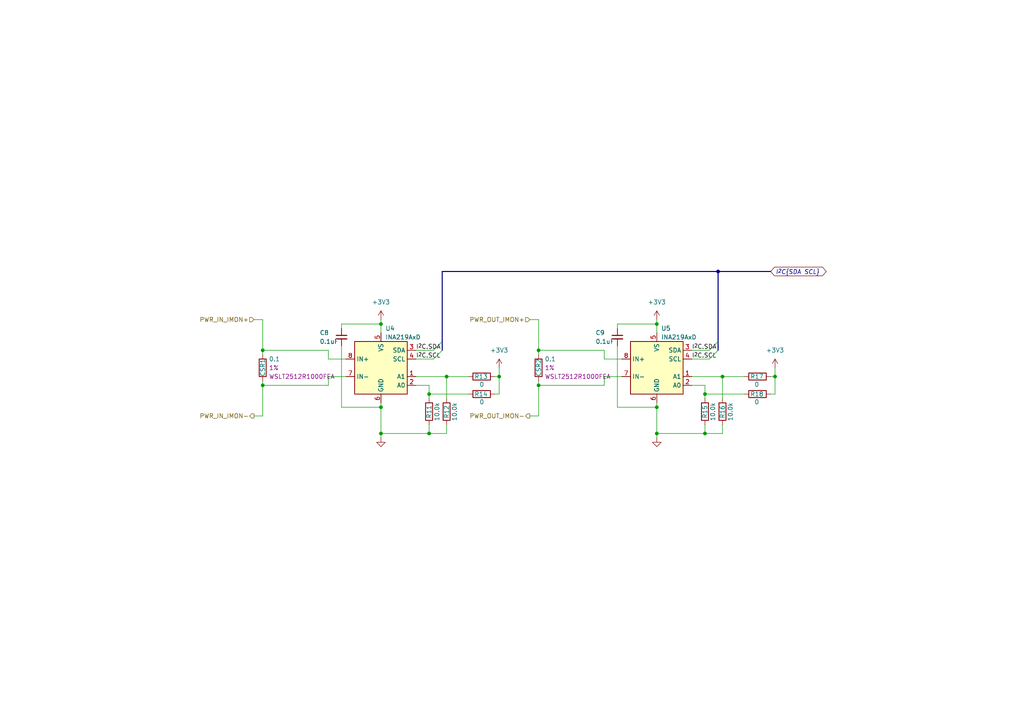
<source format=kicad_sch>
(kicad_sch (version 20230121) (generator eeschema)
  (paper "A4")
  (title_block (title "Smart Buck Converter") (date "2023-02-10") (rev "1.0.0") (company "Fabian Butkovich") (comment 1 "Power Input/Output Current Monitoring"))
  (lib_symbols
    (symbol "Analog_ADC:INA219AxD"
      (property "Reference" "U" (at -6.35 8.89 0))
      (property "Value" "INA219AxD" (at 5.08 8.89 0))
      (symbol "INA219AxD_0_1"
        (rectangle (start -7.62 7.62) (end 7.62 -7.62) (stroke (width 0.254)) (fill (type background)))
      )
      (symbol "INA219AxD_1_1"
        (pin input line (at 10.16 -2.54 180) (length 2.54) (name "A1") (number "1"))
        (pin input line (at 10.16 -5.08 180) (length 2.54) (name "A0") (number "2"))
        (pin bidirectional line (at 10.16 5.08 180) (length 2.54) (name "SDA") (number "3"))
        (pin input line (at 10.16 2.54 180) (length 2.54) (name "SCL") (number "4"))
        (pin power_in line (at 0 10.16 270) (length 2.54) (name "VS") (number "5"))
        (pin power_in line (at 0 -10.16 90) (length 2.54) (name "GND") (number "6"))
        (pin input line (at -10.16 -2.54 0) (length 2.54) (name "IN-") (number "7"))
        (pin input line (at -10.16 2.54 0) (length 2.54) (name "IN+") (number "8"))
      )
    )
    (symbol "Device:C_Small" (pin_numbers hide) (pin_names (offset 0.254) hide)
      (property "Reference" "C" (at 0.254 1.778 0))
      (property "Value" "C_Small" (at 0.254 -2.032 0))
      (symbol "C_Small_0_1"
        (polyline (pts (xy -1.524 -0.508) (xy 1.524 -0.508)) (stroke (width 0.3302)))
        (polyline (pts (xy -1.524 0.508) (xy 1.524 0.508)) (stroke (width 0.3048)))
      )
      (symbol "C_Small_1_1"
        (pin passive line (at 0 2.54 270) (length 2.032) (name "~") (number "1"))
        (pin passive line (at 0 -2.54 90) (length 2.032) (name "~") (number "2"))
      )
    )
    (symbol "Device:R" (pin_numbers hide) (pin_names (offset 0))
      (property "Reference" "R" (at 2.032 0 90))
      (property "Value" "R" (at 0 0 90))
      (symbol "R_0_1"
        (rectangle (start -1.016 -2.54) (end 1.016 2.54) (stroke (width 0.254)))
      )
      (symbol "R_1_1"
        (pin passive line (at 0 3.81 270) (length 1.27) (name "~") (number "1"))
        (pin passive line (at 0 -3.81 90) (length 1.27) (name "~") (number "2"))
      )
    )
    (symbol "power:+3.3V" (power) (pin_names (offset 0))
      (property "Value" "+3.3V" (at 0 3.556 0))
      (symbol "+3.3V_0_1"
        (polyline (pts (xy -0.762 1.27) (xy 0 2.54)))
        (polyline (pts (xy 0 0) (xy 0 2.54)))
        (polyline (pts (xy 0 2.54) (xy 0.762 1.27)))
      )
      (symbol "+3.3V_1_1"
        (pin power_in line (at 0 0 90) (length 0) hide (name "+3V3") (number "1"))
      )
    )
    (symbol "power:GND" (power) (pin_names (offset 0))
      (property "Value" "GND" (at 0 -3.81 0))
      (symbol "GND_0_1"
        (polyline (pts (xy 0 0) (xy 0 -1.27) (xy 1.27 -1.27) (xy 0 -2.54) (xy -1.27 -1.27) (xy 0 -1.27)))
      )
      (symbol "GND_1_1"
        (pin power_in line (at 0 0 270) (length 0) hide (name "GND") (number "1"))
      )
    )
  )
  (junction (at 224.79 109.22))
  (junction (at 110.49 93.98))
  (junction (at 144.78 109.22))
  (junction (at 204.47 114.3))
  (junction (at 209.55 109.22))
  (junction (at 124.46 125.73))
  (junction (at 110.49 118.11))
  (junction (at 156.21 111.76))
  (junction (at 76.2 101.6))
  (junction (at 190.5 125.73))
  (junction (at 204.47 125.73))
  (junction (at 129.54 109.22))
  (junction (at 124.46 114.3))
  (junction (at 190.5 118.11))
  (junction (at 110.49 125.73))
  (junction (at 208.28 78.74))
  (junction (at 190.5 93.98))
  (junction (at 76.2 111.76))
  (junction (at 156.21 101.6))
  (bus_entry (at 208.28 101.6) (size -2.54 2.54))
  (bus_entry (at 128.27 99.06) (size -2.54 2.54))
  (bus_entry (at 208.28 99.06) (size -2.54 2.54))
  (bus_entry (at 128.27 101.6) (size -2.54 2.54))
  (wire (pts (xy 190.5 116.84) (xy 190.5 118.11)))
  (wire (pts (xy 190.5 93.98) (xy 190.5 96.52)))
  (wire (pts (xy 156.21 101.6) (xy 156.21 102.87)))
  (wire (pts (xy 156.21 92.71) (xy 156.21 101.6)))
  (wire (pts (xy 95.25 109.22) (xy 95.25 111.76)))
  (wire (pts (xy 95.25 111.76) (xy 76.2 111.76)))
  (wire (pts (xy 209.55 125.73) (xy 204.47 125.73)))
  (wire (pts (xy 99.06 118.11) (xy 110.49 118.11)))
  (bus (pts (xy 208.28 99.06) (xy 208.28 101.6)))
  (wire (pts (xy 129.54 109.22) (xy 135.89 109.22)))
  (wire (pts (xy 224.79 114.3) (xy 223.52 114.3)))
  (wire (pts (xy 156.21 120.65) (xy 156.21 111.76)))
  (wire (pts (xy 224.79 109.22) (xy 224.79 114.3)))
  (bus (pts (xy 208.28 78.74) (xy 208.28 99.06)))
  (wire (pts (xy 204.47 125.73) (xy 190.5 125.73)))
  (wire (pts (xy 200.66 104.14) (xy 205.74 104.14)))
  (wire (pts (xy 204.47 114.3) (xy 204.47 115.57)))
  (wire (pts (xy 144.78 106.68) (xy 144.78 109.22)))
  (wire (pts (xy 124.46 123.19) (xy 124.46 125.73)))
  (wire (pts (xy 179.07 100.33) (xy 179.07 118.11)))
  (wire (pts (xy 180.34 104.14) (xy 175.26 104.14)))
  (wire (pts (xy 209.55 123.19) (xy 209.55 125.73)))
  (wire (pts (xy 179.07 95.25) (xy 179.07 93.98)))
  (wire (pts (xy 120.65 109.22) (xy 129.54 109.22)))
  (wire (pts (xy 100.33 109.22) (xy 95.25 109.22)))
  (wire (pts (xy 144.78 109.22) (xy 144.78 114.3)))
  (wire (pts (xy 190.5 92.71) (xy 190.5 93.98)))
  (wire (pts (xy 224.79 106.68) (xy 224.79 109.22)))
  (wire (pts (xy 129.54 109.22) (xy 129.54 115.57)))
  (wire (pts (xy 73.66 120.65) (xy 76.2 120.65)))
  (wire (pts (xy 124.46 111.76) (xy 124.46 114.3)))
  (wire (pts (xy 76.2 92.71) (xy 76.2 101.6)))
  (wire (pts (xy 175.26 101.6) (xy 175.26 104.14)))
  (wire (pts (xy 99.06 100.33) (xy 99.06 118.11)))
  (wire (pts (xy 175.26 111.76) (xy 156.21 111.76)))
  (wire (pts (xy 175.26 101.6) (xy 156.21 101.6)))
  (wire (pts (xy 110.49 92.71) (xy 110.49 93.98)))
  (bus (pts (xy 128.27 78.74) (xy 208.28 78.74)))
  (bus (pts (xy 208.28 78.74) (xy 223.52 78.74)))
  (wire (pts (xy 76.2 111.76) (xy 76.2 110.49)))
  (wire (pts (xy 120.65 111.76) (xy 124.46 111.76)))
  (wire (pts (xy 124.46 114.3) (xy 135.89 114.3)))
  (wire (pts (xy 99.06 93.98) (xy 110.49 93.98)))
  (wire (pts (xy 179.07 93.98) (xy 190.5 93.98)))
  (wire (pts (xy 204.47 111.76) (xy 204.47 114.3)))
  (wire (pts (xy 156.21 111.76) (xy 156.21 110.49)))
  (wire (pts (xy 110.49 93.98) (xy 110.49 96.52)))
  (wire (pts (xy 120.65 101.6) (xy 125.73 101.6)))
  (wire (pts (xy 209.55 109.22) (xy 209.55 115.57)))
  (wire (pts (xy 175.26 109.22) (xy 175.26 111.76)))
  (wire (pts (xy 76.2 120.65) (xy 76.2 111.76)))
  (wire (pts (xy 153.67 92.71) (xy 156.21 92.71)))
  (wire (pts (xy 180.34 109.22) (xy 175.26 109.22)))
  (wire (pts (xy 200.66 101.6) (xy 205.74 101.6)))
  (wire (pts (xy 73.66 92.71) (xy 76.2 92.71)))
  (wire (pts (xy 153.67 120.65) (xy 156.21 120.65)))
  (wire (pts (xy 99.06 95.25) (xy 99.06 93.98)))
  (wire (pts (xy 95.25 101.6) (xy 76.2 101.6)))
  (bus (pts (xy 128.27 78.74) (xy 128.27 99.06)))
  (wire (pts (xy 76.2 101.6) (xy 76.2 102.87)))
  (wire (pts (xy 179.07 118.11) (xy 190.5 118.11)))
  (wire (pts (xy 100.33 104.14) (xy 95.25 104.14)))
  (wire (pts (xy 209.55 109.22) (xy 215.9 109.22)))
  (wire (pts (xy 124.46 114.3) (xy 124.46 115.57)))
  (wire (pts (xy 200.66 111.76) (xy 204.47 111.76)))
  (wire (pts (xy 190.5 125.73) (xy 190.5 127)))
  (wire (pts (xy 120.65 104.14) (xy 125.73 104.14)))
  (wire (pts (xy 204.47 114.3) (xy 215.9 114.3)))
  (wire (pts (xy 200.66 109.22) (xy 209.55 109.22)))
  (wire (pts (xy 204.47 123.19) (xy 204.47 125.73)))
  (wire (pts (xy 223.52 109.22) (xy 224.79 109.22)))
  (wire (pts (xy 124.46 125.73) (xy 110.49 125.73)))
  (wire (pts (xy 95.25 101.6) (xy 95.25 104.14)))
  (wire (pts (xy 143.51 109.22) (xy 144.78 109.22)))
  (wire (pts (xy 110.49 125.73) (xy 110.49 127)))
  (wire (pts (xy 110.49 118.11) (xy 110.49 125.73)))
  (wire (pts (xy 129.54 125.73) (xy 124.46 125.73)))
  (wire (pts (xy 110.49 116.84) (xy 110.49 118.11)))
  (wire (pts (xy 190.5 118.11) (xy 190.5 125.73)))
  (bus (pts (xy 128.27 99.06) (xy 128.27 101.6)))
  (wire (pts (xy 129.54 123.19) (xy 129.54 125.73)))
  (wire (pts (xy 144.78 114.3) (xy 143.51 114.3)))
  (label "I^{2}C.SDA" (at 120.65 101.6 0))
  (label "I^{2}C.SCL" (at 120.65 104.14 0))
  (label "I^{2}C.SCL" (at 200.66 104.14 0))
  (label "I^{2}C.SDA" (at 200.66 101.6 0))
  (global_label "I^{2}C{SDA SCL}" (shape bidirectional) (at 223.52 78.74 0) (effects (font italic)) (property "Intersheetrefs" "${INTERSHEET_REFS}" (effects hide)))
  (hierarchical_label "PWR_IN_IMON+" (shape input) (at 73.66 92.71 180))
  (hierarchical_label "PWR_IN_IMON-" (shape output) (at 73.66 120.65 180))
  (hierarchical_label "PWR_OUT_IMON-" (shape output) (at 153.67 120.65 180))
  (hierarchical_label "PWR_OUT_IMON+" (shape input) (at 153.67 92.71 180))
  (symbol (lib_id "Device:R") (at 129.54 119.38 0) (unit 1)
    (property "Reference" "R12" (at 129.54 121.412 90) (effects (justify left)))
    (property "Value" "10.0k" (at 131.826 122.174 90) (effects (justify left)))
    (property "Footprint" "Resistor_SMD:R_0805_2012Metric" (effects hide))
  )
  (symbol (lib_id "Analog_ADC:INA219AxD") (at 190.5 106.68 0) (unit 1)
    (property "Reference" "U5" (at 191.77 95.25 0) (effects (justify left)))
    (property "Value" "INA219AxD" (at 191.77 97.79 0) (effects (justify left)))
    (property "Footprint" "Package_SO:SOIC-8_3.9x4.9mm_P1.27mm" (effects hide))
    (property "Datasheet" "http://www.ti.com/lit/ds/symlink/ina219.pdf" (effects hide))
  )
  (symbol (lib_id "Device:R") (at 124.46 119.38 0) (unit 1)
    (property "Reference" "R11" (at 124.46 121.412 90) (effects (justify left)))
    (property "Value" "10.0k" (at 126.746 122.174 90) (effects (justify left)))
    (property "Footprint" "Resistor_SMD:R_0805_2012Metric" (effects hide))
  )
  (symbol (lib_id "power:+3.3V") (at 190.5 92.71 0) (unit 1)
    (property "Reference" "#PWR020" (effects hide))
    (property "Value" "+3.3V" (at 190.5 87.63 0))
  )
  (symbol (lib_id "Device:C_Small") (at 99.06 97.79 0) (unit 1)
    (property "Reference" "C8" (at 92.71 96.52 0) (effects (justify left)))
    (property "Value" "0.1uF" (at 92.71 99.06 0) (effects (justify left)))
    (property "Footprint" "Capacitor_SMD:C_0805_2012Metric" (effects hide))
  )
  (symbol (lib_id "power:GND") (at 110.49 127 0) (unit 1)
    (property "Reference" "#PWR018" (effects hide))
    (property "Value" "GND" (effects hide))
  )
  (symbol (lib_id "Device:R") (at 76.2 106.68 0) (unit 1)
    (property "Reference" "CSR1" (at 76.2 109.22 90) (effects (justify left)))
    (property "Value" "0.1" (at 77.978 104.14 0) (effects (justify left)))
    (property "Footprint" "Resistor_SMD:R_2512_6332Metric" (effects hide))
    (property "Tolerance" "1%" (at 77.978 106.68 0) (effects (justify left)))
    (property "Part Number" "WSLT2512R1000FEA" (at 77.978 109.22 0) (effects (justify left)))
  )
  (symbol (lib_id "Device:C_Small") (at 179.07 97.79 0) (unit 1)
    (property "Reference" "C9" (at 172.72 96.52 0) (effects (justify left)))
    (property "Value" "0.1uF" (at 172.72 99.06 0) (effects (justify left)))
    (property "Footprint" "Capacitor_SMD:C_0805_2012Metric" (effects hide))
  )
  (symbol (lib_id "Device:R") (at 209.55 119.38 0) (unit 1)
    (property "Reference" "R16" (at 209.55 121.412 90) (effects (justify left)))
    (property "Value" "10.0k" (at 211.836 122.174 90) (effects (justify left)))
    (property "Footprint" "Resistor_SMD:R_0805_2012Metric" (effects hide))
  )
  (symbol (lib_id "power:+3.3V") (at 224.79 106.68 0) (unit 1)
    (property "Reference" "#PWR022" (effects hide))
    (property "Value" "+3.3V" (at 224.79 101.6 0))
  )
  (symbol (lib_id "Device:R") (at 156.21 106.68 0) (unit 1)
    (property "Reference" "CSR2" (at 156.21 109.22 90) (effects (justify left)))
    (property "Value" "0.1" (at 157.988 104.14 0) (effects (justify left)))
    (property "Footprint" "Resistor_SMD:R_2512_6332Metric" (effects hide))
    (property "Tolerance" "1%" (at 157.988 106.68 0) (effects (justify left)))
    (property "Part Number" "WSLT2512R1000FEA" (at 157.988 109.22 0) (effects (justify left)))
  )
  (symbol (lib_id "Device:R") (at 219.71 109.22 90) (unit 1)
    (property "Reference" "R17" (at 221.488 109.22 90) (effects (justify left)))
    (property "Value" "0" (at 220.218 111.506 90) (effects (justify left)))
    (property "Footprint" "Resistor_SMD:R_1206_3216Metric" (effects hide))
  )
  (symbol (lib_id "power:GND") (at 190.5 127 0) (unit 1)
    (property "Reference" "#PWR021" (effects hide))
    (property "Value" "GND" (effects hide))
  )
  (symbol (lib_id "power:+3.3V") (at 144.78 106.68 0) (unit 1)
    (property "Reference" "#PWR019" (effects hide))
    (property "Value" "+3.3V" (at 144.78 101.6 0))
  )
  (symbol (lib_id "Device:R") (at 139.7 109.22 90) (unit 1)
    (property "Reference" "R13" (at 141.478 109.22 90) (effects (justify left)))
    (property "Value" "0" (at 140.462 111.506 90) (effects (justify left)))
    (property "Footprint" "Resistor_SMD:R_1206_3216Metric" (effects hide))
  )
  (symbol (lib_id "power:+3.3V") (at 110.49 92.71 0) (unit 1)
    (property "Reference" "#PWR017" (effects hide))
    (property "Value" "+3.3V" (at 110.49 87.63 0))
  )
  (symbol (lib_id "Device:R") (at 204.47 119.38 0) (unit 1)
    (property "Reference" "R15" (at 204.47 121.412 90) (effects (justify left)))
    (property "Value" "10.0k" (at 206.756 122.174 90) (effects (justify left)))
    (property "Footprint" "Resistor_SMD:R_0805_2012Metric" (effects hide))
  )
  (symbol (lib_id "Analog_ADC:INA219AxD") (at 110.49 106.68 0) (unit 1)
    (property "Reference" "U4" (at 111.76 95.25 0) (effects (justify left)))
    (property "Value" "INA219AxD" (at 111.76 97.79 0) (effects (justify left)))
    (property "Footprint" "Package_SO:SOIC-8_3.9x4.9mm_P1.27mm" (effects hide))
    (property "Datasheet" "http://www.ti.com/lit/ds/symlink/ina219.pdf" (effects hide))
  )
  (symbol (lib_id "Device:R") (at 219.71 114.3 90) (unit 1)
    (property "Reference" "R18" (at 221.488 114.3 90) (effects (justify left)))
    (property "Value" "0" (at 220.218 116.586 90) (effects (justify left)))
    (property "Footprint" "Resistor_SMD:R_1206_3216Metric" (effects hide))
  )
  (symbol (lib_id "Device:R") (at 139.7 114.3 90) (unit 1)
    (property "Reference" "R14" (at 141.478 114.3 90) (effects (justify left)))
    (property "Value" "0" (at 140.462 116.586 90) (effects (justify left)))
    (property "Footprint" "Resistor_SMD:R_1206_3216Metric" (effects hide))
  )
)
</source>
